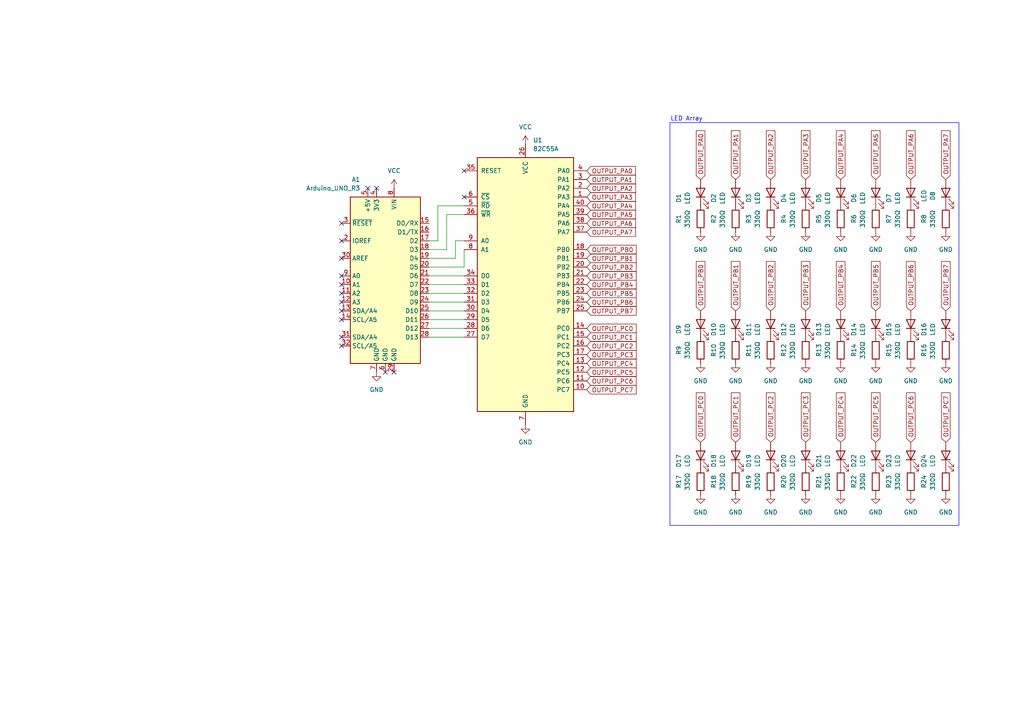
<source format=kicad_sch>
(kicad_sch (version 20231120) (generator "eeschema") (generator_version "8.0")
  (paper "A4")
  (lib_symbols
    (symbol "Device:LED" (pin_numbers hide) (pin_names (offset 1.016) hide)
      (property "Reference" "D" (at 0 2.54 0))
      (property "Value" "LED" (at 0 -2.54 0))
      (symbol "LED_0_1"
        (polyline (pts (xy -1.27 -1.27) (xy -1.27 1.27)) (stroke (width 0.254)))
        (polyline (pts (xy -1.27 0) (xy 1.27 0)))
        (polyline (pts (xy 1.27 -1.27) (xy 1.27 1.27) (xy -1.27 0) (xy 1.27 -1.27)) (stroke (width 0.254)))
        (polyline (pts (xy -3.048 -0.762) (xy -4.572 -2.286) (xy -3.81 -2.286) (xy -4.572 -2.286) (xy -4.572 -1.524)))
        (polyline (pts (xy -1.778 -0.762) (xy -3.302 -2.286) (xy -2.54 -2.286) (xy -3.302 -2.286) (xy -3.302 -1.524)))
      )
      (symbol "LED_1_1"
        (pin passive line (at -3.81 0 0) (length 2.54) (name "K") (number "1"))
        (pin passive line (at 3.81 0 180) (length 2.54) (name "A") (number "2"))
      )
    )
    (symbol "Device:R" (pin_numbers hide) (pin_names (offset 0))
      (property "Reference" "R" (at 2.032 0 90))
      (property "Value" "R" (at 0 0 90))
      (symbol "R_0_1"
        (rectangle (start -1.016 -2.54) (end 1.016 2.54) (stroke (width 0.254)))
      )
      (symbol "R_1_1"
        (pin passive line (at 0 3.81 270) (length 1.27) (name "~") (number "1"))
        (pin passive line (at 0 -3.81 90) (length 1.27) (name "~") (number "2"))
      )
    )
    (symbol "Interface:82C55A" (pin_names (offset 1.016))
      (property "Reference" "U" (at -13.97 38.1 0))
      (property "Value" "82C55A" (at 8.89 38.1 0))
      (symbol "82C55A_1_1"
        (rectangle (start -13.97 -36.83) (end 13.97 36.83) (stroke (width 0.254)) (fill (type background)))
        (pin bidirectional line (at 17.78 25.4 180) (length 3.81) (name "PA3") (number "1"))
        (pin bidirectional line (at 17.78 -30.48 180) (length 3.81) (name "PC7") (number "10"))
        (pin bidirectional line (at 17.78 -27.94 180) (length 3.81) (name "PC6") (number "11"))
        (pin bidirectional line (at 17.78 -25.4 180) (length 3.81) (name "PC5") (number "12"))
        (pin bidirectional line (at 17.78 -22.86 180) (length 3.81) (name "PC4") (number "13"))
        (pin bidirectional line (at 17.78 -12.7 180) (length 3.81) (name "PC0") (number "14"))
        (pin bidirectional line (at 17.78 -15.24 180) (length 3.81) (name "PC1") (number "15"))
        (pin bidirectional line (at 17.78 -17.78 180) (length 3.81) (name "PC2") (number "16"))
        (pin bidirectional line (at 17.78 -20.32 180) (length 3.81) (name "PC3") (number "17"))
        (pin bidirectional line (at 17.78 10.16 180) (length 3.81) (name "PB0") (number "18"))
        (pin bidirectional line (at 17.78 7.62 180) (length 3.81) (name "PB1") (number "19"))
        (pin bidirectional line (at 17.78 27.94 180) (length 3.81) (name "PA2") (number "2"))
        (pin bidirectional line (at 17.78 5.08 180) (length 3.81) (name "PB2") (number "20"))
        (pin bidirectional line (at 17.78 2.54 180) (length 3.81) (name "PB3") (number "21"))
        (pin bidirectional line (at 17.78 0 180) (length 3.81) (name "PB4") (number "22"))
        (pin bidirectional line (at 17.78 -2.54 180) (length 3.81) (name "PB5") (number "23"))
        (pin bidirectional line (at 17.78 -5.08 180) (length 3.81) (name "PB6") (number "24"))
        (pin bidirectional line (at 17.78 -7.62 180) (length 3.81) (name "PB7") (number "25"))
        (pin power_in line (at 0 40.64 270) (length 3.81) (name "VCC") (number "26"))
        (pin bidirectional line (at -17.78 -15.24 0) (length 3.81) (name "D7") (number "27"))
        (pin bidirectional line (at -17.78 -12.7 0) (length 3.81) (name "D6") (number "28"))
        (pin bidirectional line (at -17.78 -10.16 0) (length 3.81) (name "D5") (number "29"))
        (pin bidirectional line (at 17.78 30.48 180) (length 3.81) (name "PA1") (number "3"))
        (pin bidirectional line (at -17.78 -7.62 0) (length 3.81) (name "D4") (number "30"))
        (pin bidirectional line (at -17.78 -5.08 0) (length 3.81) (name "D3") (number "31"))
        (pin bidirectional line (at -17.78 -2.54 0) (length 3.81) (name "D2") (number "32"))
        (pin bidirectional line (at -17.78 0 0) (length 3.81) (name "D1") (number "33"))
        (pin bidirectional line (at -17.78 2.54 0) (length 3.81) (name "D0") (number "34"))
        (pin input line (at -17.78 33.02 0) (length 3.81) (name "RESET") (number "35"))
        (pin input line (at -17.78 20.32 0) (length 3.81) (name "~{WR}") (number "36"))
        (pin bidirectional line (at 17.78 15.24 180) (length 3.81) (name "PA7") (number "37"))
        (pin bidirectional line (at 17.78 17.78 180) (length 3.81) (name "PA6") (number "38"))
        (pin bidirectional line (at 17.78 20.32 180) (length 3.81) (name "PA5") (number "39"))
        (pin bidirectional line (at 17.78 33.02 180) (length 3.81) (name "PA0") (number "4"))
        (pin bidirectional line (at 17.78 22.86 180) (length 3.81) (name "PA4") (number "40"))
        (pin input line (at -17.78 22.86 0) (length 3.81) (name "~{RD}") (number "5"))
        (pin input line (at -17.78 25.4 0) (length 3.81) (name "~{CS}") (number "6"))
        (pin power_in line (at 0 -40.64 90) (length 3.81) (name "GND") (number "7"))
        (pin input line (at -17.78 10.16 0) (length 3.81) (name "A1") (number "8"))
        (pin input line (at -17.78 12.7 0) (length 3.81) (name "A0") (number "9"))
      )
    )
    (symbol "MCU_Module:Arduino_UNO_R3"
      (property "Reference" "A" (at -10.16 23.495 0))
      (property "Value" "Arduino_UNO_R3" (at 5.08 -26.67 0))
      (symbol "Arduino_UNO_R3_0_1"
        (rectangle (start -10.16 22.86) (end 10.16 -25.4) (stroke (width 0.254)) (fill (type background)))
      )
      (symbol "Arduino_UNO_R3_1_1"
        (pin no_connect line (at -10.16 -20.32 0) (length 2.54) hide (name "NC") (number "1"))
        (pin bidirectional line (at 12.7 -2.54 180) (length 2.54) (name "A1") (number "10"))
        (pin bidirectional line (at 12.7 -5.08 180) (length 2.54) (name "A2") (number "11"))
        (pin bidirectional line (at 12.7 -7.62 180) (length 2.54) (name "A3") (number "12"))
        (pin bidirectional line (at 12.7 -10.16 180) (length 2.54) (name "SDA/A4") (number "13"))
        (pin bidirectional line (at 12.7 -12.7 180) (length 2.54) (name "SCL/A5") (number "14"))
        (pin bidirectional line (at -12.7 15.24 0) (length 2.54) (name "D0/RX") (number "15"))
        (pin bidirectional line (at -12.7 12.7 0) (length 2.54) (name "D1/TX") (number "16"))
        (pin bidirectional line (at -12.7 10.16 0) (length 2.54) (name "D2") (number "17"))
        (pin bidirectional line (at -12.7 7.62 0) (length 2.54) (name "D3") (number "18"))
        (pin bidirectional line (at -12.7 5.08 0) (length 2.54) (name "D4") (number "19"))
        (pin output line (at 12.7 10.16 180) (length 2.54) (name "IOREF") (number "2"))
        (pin bidirectional line (at -12.7 2.54 0) (length 2.54) (name "D5") (number "20"))
        (pin bidirectional line (at -12.7 0 0) (length 2.54) (name "D6") (number "21"))
        (pin bidirectional line (at -12.7 -2.54 0) (length 2.54) (name "D7") (number "22"))
        (pin bidirectional line (at -12.7 -5.08 0) (length 2.54) (name "D8") (number "23"))
        (pin bidirectional line (at -12.7 -7.62 0) (length 2.54) (name "D9") (number "24"))
        (pin bidirectional line (at -12.7 -10.16 0) (length 2.54) (name "D10") (number "25"))
        (pin bidirectional line (at -12.7 -12.7 0) (length 2.54) (name "D11") (number "26"))
        (pin bidirectional line (at -12.7 -15.24 0) (length 2.54) (name "D12") (number "27"))
        (pin bidirectional line (at -12.7 -17.78 0) (length 2.54) (name "D13") (number "28"))
        (pin power_in line (at -2.54 -27.94 90) (length 2.54) (name "GND") (number "29"))
        (pin input line (at 12.7 15.24 180) (length 2.54) (name "~{RESET}") (number "3"))
        (pin input line (at 12.7 5.08 180) (length 2.54) (name "AREF") (number "30"))
        (pin bidirectional line (at 12.7 -17.78 180) (length 2.54) (name "SDA/A4") (number "31"))
        (pin bidirectional line (at 12.7 -20.32 180) (length 2.54) (name "SCL/A5") (number "32"))
        (pin power_out line (at 2.54 25.4 270) (length 2.54) (name "3V3") (number "4"))
        (pin power_out line (at 5.08 25.4 270) (length 2.54) (name "+5V") (number "5"))
        (pin power_in line (at 0 -27.94 90) (length 2.54) (name "GND") (number "6"))
        (pin power_in line (at 2.54 -27.94 90) (length 2.54) (name "GND") (number "7"))
        (pin power_in line (at -2.54 25.4 270) (length 2.54) (name "VIN") (number "8"))
        (pin bidirectional line (at 12.7 0 180) (length 2.54) (name "A0") (number "9"))
      )
    )
    (symbol "power:GND" (power) (pin_numbers hide) (pin_names (offset 0) hide)
      (property "Value" "GND" (at 0 -3.81 0))
      (symbol "GND_0_1"
        (polyline (pts (xy 0 0) (xy 0 -1.27) (xy 1.27 -1.27) (xy 0 -2.54) (xy -1.27 -1.27) (xy 0 -1.27)))
      )
      (symbol "GND_1_1"
        (pin power_in line (at 0 0 270) (length 0) (name "~") (number "1"))
      )
    )
    (symbol "power:VCC" (power) (pin_numbers hide) (pin_names (offset 0) hide)
      (property "Value" "VCC" (at 0 3.556 0))
      (symbol "VCC_0_1"
        (polyline (pts (xy -0.762 1.27) (xy 0 2.54)))
        (polyline (pts (xy 0 0) (xy 0 2.54)))
        (polyline (pts (xy 0 2.54) (xy 0.762 1.27)))
      )
      (symbol "VCC_1_1"
        (pin power_in line (at 0 0 90) (length 0) (name "~") (number "1"))
      )
    )
  )
  (no_connect (at 99.06 92.71))
  (no_connect (at 106.68 54.61))
  (no_connect (at 99.06 87.63))
  (no_connect (at 99.06 74.93))
  (no_connect (at 111.76 107.95))
  (no_connect (at 99.06 100.33))
  (no_connect (at 99.06 97.79))
  (no_connect (at 99.06 82.55))
  (no_connect (at 114.3 107.95))
  (no_connect (at 134.62 57.15))
  (no_connect (at 99.06 85.09))
  (no_connect (at 99.06 80.01))
  (no_connect (at 109.22 54.61))
  (no_connect (at 99.06 69.85))
  (no_connect (at 134.62 49.53))
  (no_connect (at 99.06 64.77))
  (no_connect (at 99.06 90.17))
  (wire (pts (xy 124.46 95.25) (xy 134.62 95.25)))
  (wire (pts (xy 124.46 97.79) (xy 134.62 97.79)))
  (wire (pts (xy 127 59.69) (xy 134.62 59.69)))
  (wire (pts (xy 124.46 90.17) (xy 134.62 90.17)))
  (wire (pts (xy 124.46 74.93) (xy 132.08 74.93)))
  (wire (pts (xy 124.46 69.85) (xy 127 69.85)))
  (wire (pts (xy 124.46 85.09) (xy 134.62 85.09)))
  (wire (pts (xy 132.08 69.85) (xy 134.62 69.85)))
  (wire (pts (xy 129.54 62.23) (xy 134.62 62.23)))
  (wire (pts (xy 129.54 72.39) (xy 129.54 62.23)))
  (wire (pts (xy 124.46 77.47) (xy 134.62 77.47)))
  (wire (pts (xy 124.46 87.63) (xy 134.62 87.63)))
  (wire (pts (xy 134.62 77.47) (xy 134.62 72.39)))
  (wire (pts (xy 127 69.85) (xy 127 59.69)))
  (wire (pts (xy 124.46 72.39) (xy 129.54 72.39)))
  (wire (pts (xy 124.46 80.01) (xy 134.62 80.01)))
  (wire (pts (xy 124.46 82.55) (xy 134.62 82.55)))
  (wire (pts (xy 132.08 74.93) (xy 132.08 69.85)))
  (wire (pts (xy 124.46 92.71) (xy 134.62 92.71)))
  (rectangle (start 194.31 35.56) (end 278.13 152.4))
  (text "LED Array" (at 199.136 34.544 0) (effects (font (size 1.27 1.27))))
  (global_label "OUTPUT_PB0" (shape input) (at 203.2 90.17 90) (property "Intersheetrefs" "${INTERSHEET_REFS}" (effects (hide yes))))
  (global_label "OUTPUT_PA3" (shape input) (at 170.18 57.15 0) (property "Intersheetrefs" "${INTERSHEET_REFS}" (effects (hide yes))))
  (global_label "OUTPUT_PB1" (shape input) (at 213.36 90.17 90) (property "Intersheetrefs" "${INTERSHEET_REFS}" (effects (hide yes))))
  (global_label "OUTPUT_PA7" (shape input) (at 274.32 52.07 90) (property "Intersheetrefs" "${INTERSHEET_REFS}" (effects (hide yes))))
  (global_label "OUTPUT_PB3" (shape input) (at 233.68 90.17 90) (property "Intersheetrefs" "${INTERSHEET_REFS}" (effects (hide yes))))
  (global_label "OUTPUT_PA5" (shape input) (at 170.18 62.23 0) (property "Intersheetrefs" "${INTERSHEET_REFS}" (effects (hide yes))))
  (global_label "OUTPUT_PA0" (shape input) (at 170.18 49.53 0) (property "Intersheetrefs" "${INTERSHEET_REFS}" (effects (hide yes))))
  (global_label "OUTPUT_PC3" (shape input) (at 170.18 102.87 0) (property "Intersheetrefs" "${INTERSHEET_REFS}" (effects (hide yes))))
  (global_label "OUTPUT_PA2" (shape input) (at 223.52 52.07 90) (property "Intersheetrefs" "${INTERSHEET_REFS}" (effects (hide yes))))
  (global_label "OUTPUT_PA5" (shape input) (at 254 52.07 90) (property "Intersheetrefs" "${INTERSHEET_REFS}" (effects (hide yes))))
  (global_label "OUTPUT_PB7" (shape input) (at 170.18 90.17 0) (property "Intersheetrefs" "${INTERSHEET_REFS}" (effects (hide yes))))
  (global_label "OUTPUT_PA1" (shape input) (at 213.36 52.07 90) (property "Intersheetrefs" "${INTERSHEET_REFS}" (effects (hide yes))))
  (global_label "OUTPUT_PC6" (shape input) (at 264.16 128.27 90) (property "Intersheetrefs" "${INTERSHEET_REFS}" (effects (hide yes))))
  (global_label "OUTPUT_PC5" (shape input) (at 170.18 107.95 0) (property "Intersheetrefs" "${INTERSHEET_REFS}" (effects (hide yes))))
  (global_label "OUTPUT_PC0" (shape input) (at 203.2 128.27 90) (property "Intersheetrefs" "${INTERSHEET_REFS}" (effects (hide yes))))
  (global_label "OUTPUT_PC2" (shape input) (at 223.52 128.27 90) (property "Intersheetrefs" "${INTERSHEET_REFS}" (effects (hide yes))))
  (global_label "OUTPUT_PC6" (shape input) (at 170.18 110.49 0) (property "Intersheetrefs" "${INTERSHEET_REFS}" (effects (hide yes))))
  (global_label "OUTPUT_PA0" (shape input) (at 203.2 52.07 90) (property "Intersheetrefs" "${INTERSHEET_REFS}" (effects (hide yes))))
  (global_label "OUTPUT_PA3" (shape input) (at 233.68 52.07 90) (property "Intersheetrefs" "${INTERSHEET_REFS}" (effects (hide yes))))
  (global_label "OUTPUT_PB7" (shape input) (at 274.32 90.17 90) (property "Intersheetrefs" "${INTERSHEET_REFS}" (effects (hide yes))))
  (global_label "OUTPUT_PB6" (shape input) (at 264.16 90.17 90) (property "Intersheetrefs" "${INTERSHEET_REFS}" (effects (hide yes))))
  (global_label "OUTPUT_PB0" (shape input) (at 170.18 72.39 0) (property "Intersheetrefs" "${INTERSHEET_REFS}" (effects (hide yes))))
  (global_label "OUTPUT_PA6" (shape input) (at 170.18 64.77 0) (property "Intersheetrefs" "${INTERSHEET_REFS}" (effects (hide yes))))
  (global_label "OUTPUT_PA4" (shape input) (at 170.18 59.69 0) (property "Intersheetrefs" "${INTERSHEET_REFS}" (effects (hide yes))))
  (global_label "OUTPUT_PC7" (shape input) (at 274.32 128.27 90) (property "Intersheetrefs" "${INTERSHEET_REFS}" (effects (hide yes))))
  (global_label "OUTPUT_PA4" (shape input) (at 243.84 52.07 90) (property "Intersheetrefs" "${INTERSHEET_REFS}" (effects (hide yes))))
  (global_label "OUTPUT_PC3" (shape input) (at 233.68 128.27 90) (property "Intersheetrefs" "${INTERSHEET_REFS}" (effects (hide yes))))
  (global_label "OUTPUT_PB4" (shape input) (at 243.84 90.17 90) (property "Intersheetrefs" "${INTERSHEET_REFS}" (effects (hide yes))))
  (global_label "OUTPUT_PB5" (shape input) (at 254 90.17 90) (property "Intersheetrefs" "${INTERSHEET_REFS}" (effects (hide yes))))
  (global_label "OUTPUT_PB2" (shape input) (at 223.52 90.17 90) (property "Intersheetrefs" "${INTERSHEET_REFS}" (effects (hide yes))))
  (global_label "OUTPUT_PB4" (shape input) (at 170.18 82.55 0) (property "Intersheetrefs" "${INTERSHEET_REFS}" (effects (hide yes))))
  (global_label "OUTPUT_PC4" (shape input) (at 243.84 128.27 90) (property "Intersheetrefs" "${INTERSHEET_REFS}" (effects (hide yes))))
  (global_label "OUTPUT_PC2" (shape input) (at 170.18 100.33 0) (property "Intersheetrefs" "${INTERSHEET_REFS}" (effects (hide yes))))
  (global_label "OUTPUT_PA1" (shape input) (at 170.18 52.07 0) (property "Intersheetrefs" "${INTERSHEET_REFS}" (effects (hide yes))))
  (global_label "OUTPUT_PA6" (shape input) (at 264.16 52.07 90) (property "Intersheetrefs" "${INTERSHEET_REFS}" (effects (hide yes))))
  (global_label "OUTPUT_PA2" (shape input) (at 170.18 54.61 0) (property "Intersheetrefs" "${INTERSHEET_REFS}" (effects (hide yes))))
  (global_label "OUTPUT_PB5" (shape input) (at 170.18 85.09 0) (property "Intersheetrefs" "${INTERSHEET_REFS}" (effects (hide yes))))
  (global_label "OUTPUT_PA7" (shape input) (at 170.18 67.31 0) (property "Intersheetrefs" "${INTERSHEET_REFS}" (effects (hide yes))))
  (global_label "OUTPUT_PB6" (shape input) (at 170.18 87.63 0) (property "Intersheetrefs" "${INTERSHEET_REFS}" (effects (hide yes))))
  (global_label "OUTPUT_PC5" (shape input) (at 254 128.27 90) (property "Intersheetrefs" "${INTERSHEET_REFS}" (effects (hide yes))))
  (global_label "OUTPUT_PC0" (shape input) (at 170.18 95.25 0) (property "Intersheetrefs" "${INTERSHEET_REFS}" (effects (hide yes))))
  (global_label "OUTPUT_PC7" (shape input) (at 170.18 113.03 0) (property "Intersheetrefs" "${INTERSHEET_REFS}" (effects (hide yes))))
  (global_label "OUTPUT_PC4" (shape input) (at 170.18 105.41 0) (property "Intersheetrefs" "${INTERSHEET_REFS}" (effects (hide yes))))
  (global_label "OUTPUT_PC1" (shape input) (at 213.36 128.27 90) (property "Intersheetrefs" "${INTERSHEET_REFS}" (effects (hide yes))))
  (global_label "OUTPUT_PB3" (shape input) (at 170.18 80.01 0) (property "Intersheetrefs" "${INTERSHEET_REFS}" (effects (hide yes))))
  (global_label "OUTPUT_PC1" (shape input) (at 170.18 97.79 0) (property "Intersheetrefs" "${INTERSHEET_REFS}" (effects (hide yes))))
  (global_label "OUTPUT_PB1" (shape input) (at 170.18 74.93 0) (property "Intersheetrefs" "${INTERSHEET_REFS}" (effects (hide yes))))
  (global_label "OUTPUT_PB2" (shape input) (at 170.18 77.47 0) (property "Intersheetrefs" "${INTERSHEET_REFS}" (effects (hide yes))))
  (symbol (lib_id "power:GND") (at 203.2 67.31 0) (unit 1)
    (property "Reference" "#PWR01" (effects (hide yes)))
    (property "Value" "GND" (at 203.2 72.39 0))
    (property "Description" "Power symbol creates a global label with name \"GND\" , ground" (effects (hide yes)))
  )
  (symbol (lib_id "Device:R") (at 264.16 63.5 0) (mirror y) (unit 1)
    (property "Reference" "R7" (at 257.81 63.5 90))
    (property "Value" "330Ω" (at 260.35 63.5 90))
    (property "Description" "Resistor" (effects (hide yes)))
  )
  (symbol (lib_id "Device:R") (at 233.68 63.5 0) (mirror y) (unit 1)
    (property "Reference" "R4" (at 227.33 63.5 90))
    (property "Value" "330Ω" (at 229.87 63.5 90))
    (property "Description" "Resistor" (effects (hide yes)))
  )
  (symbol (lib_id "power:GND") (at 203.2 105.41 0) (mirror y) (unit 1)
    (property "Reference" "#PWR016" (effects (hide yes)))
    (property "Value" "GND" (at 203.2 110.49 0))
    (property "Description" "Power symbol creates a global label with name \"GND\" , ground" (effects (hide yes)))
  )
  (symbol (lib_id "Device:R") (at 274.32 63.5 0) (mirror y) (unit 1)
    (property "Reference" "R8" (at 267.97 63.5 90))
    (property "Value" "330Ω" (at 270.51 63.5 90))
    (property "Description" "Resistor" (effects (hide yes)))
  )
  (symbol (lib_id "power:GND") (at 254 105.41 0) (mirror y) (unit 1)
    (property "Reference" "#PWR011" (effects (hide yes)))
    (property "Value" "GND" (at 254 110.49 0))
    (property "Description" "Power symbol creates a global label with name \"GND\" , ground" (effects (hide yes)))
  )
  (symbol (lib_id "Device:R") (at 264.16 101.6 0) (mirror y) (unit 1)
    (property "Reference" "R15" (at 257.81 101.6 90))
    (property "Value" "330Ω" (at 260.35 101.6 90))
    (property "Description" "Resistor" (effects (hide yes)))
  )
  (symbol (lib_id "Device:R") (at 223.52 139.7 0) (mirror y) (unit 1)
    (property "Reference" "R19" (at 217.17 139.7 90))
    (property "Value" "330Ω" (at 219.71 139.7 90))
    (property "Description" "Resistor" (effects (hide yes)))
  )
  (symbol (lib_id "Device:R") (at 203.2 139.7 0) (mirror y) (unit 1)
    (property "Reference" "R17" (at 196.85 139.7 90))
    (property "Value" "330Ω" (at 199.39 139.7 90))
    (property "Description" "Resistor" (effects (hide yes)))
  )
  (symbol (lib_id "power:GND") (at 213.36 105.41 0) (mirror y) (unit 1)
    (property "Reference" "#PWR015" (effects (hide yes)))
    (property "Value" "GND" (at 213.36 110.49 0))
    (property "Description" "Power symbol creates a global label with name \"GND\" , ground" (effects (hide yes)))
  )
  (symbol (lib_id "power:GND") (at 243.84 105.41 0) (mirror y) (unit 1)
    (property "Reference" "#PWR012" (effects (hide yes)))
    (property "Value" "GND" (at 243.84 110.49 0))
    (property "Description" "Power symbol creates a global label with name \"GND\" , ground" (effects (hide yes)))
  )
  (symbol (lib_id "Device:LED") (at 274.32 55.88 90) (unit 1)
    (property "Reference" "D8" (at 270.51 56.8325 0))
    (property "Value" "LED" (at 267.97 56.8325 0))
    (property "Description" "Light emitting diode" (effects (hide yes)))
  )
  (symbol (lib_id "power:GND") (at 233.68 105.41 0) (mirror y) (unit 1)
    (property "Reference" "#PWR013" (effects (hide yes)))
    (property "Value" "GND" (at 233.68 110.49 0))
    (property "Description" "Power symbol creates a global label with name \"GND\" , ground" (effects (hide yes)))
  )
  (symbol (lib_id "Device:R") (at 243.84 139.7 0) (mirror y) (unit 1)
    (property "Reference" "R21" (at 237.49 139.7 90))
    (property "Value" "330Ω" (at 240.03 139.7 90))
    (property "Description" "Resistor" (effects (hide yes)))
  )
  (symbol (lib_id "power:VCC") (at 152.4 41.91 0) (unit 1)
    (property "Reference" "#PWR026" (effects (hide yes)))
    (property "Value" "VCC" (at 152.4 36.83 0))
    (property "Description" "Power symbol creates a global label with name \"VCC\"" (effects (hide yes)))
  )
  (symbol (lib_id "power:GND") (at 223.52 143.51 0) (mirror y) (unit 1)
    (property "Reference" "#PWR019" (effects (hide yes)))
    (property "Value" "GND" (at 223.52 148.59 0))
    (property "Description" "Power symbol creates a global label with name \"GND\" , ground" (effects (hide yes)))
  )
  (symbol (lib_id "Device:R") (at 274.32 101.6 0) (mirror y) (unit 1)
    (property "Reference" "R16" (at 267.97 101.6 90))
    (property "Value" "330Ω" (at 270.51 101.6 90))
    (property "Description" "Resistor" (effects (hide yes)))
  )
  (symbol (lib_id "power:GND") (at 213.36 143.51 0) (mirror y) (unit 1)
    (property "Reference" "#PWR018" (effects (hide yes)))
    (property "Value" "GND" (at 213.36 148.59 0))
    (property "Description" "Power symbol creates a global label with name \"GND\" , ground" (effects (hide yes)))
  )
  (symbol (lib_id "Device:LED") (at 254 55.88 90) (unit 1)
    (property "Reference" "D6" (at 247.65 57.4675 0))
    (property "Value" "LED" (at 250.19 57.4675 0))
    (property "Description" "Light emitting diode" (effects (hide yes)))
  )
  (symbol (lib_id "power:GND") (at 203.2 143.51 0) (mirror y) (unit 1)
    (property "Reference" "#PWR017" (effects (hide yes)))
    (property "Value" "GND" (at 203.2 148.59 0))
    (property "Description" "Power symbol creates a global label with name \"GND\" , ground" (effects (hide yes)))
  )
  (symbol (lib_id "Device:LED") (at 213.36 93.98 90) (unit 1)
    (property "Reference" "D10" (at 207.01 95.5675 0))
    (property "Value" "LED" (at 209.55 95.5675 0))
    (property "Description" "Light emitting diode" (effects (hide yes)))
  )
  (symbol (lib_id "Device:R") (at 223.52 63.5 0) (mirror y) (unit 1)
    (property "Reference" "R3" (at 217.17 63.5 90))
    (property "Value" "330Ω" (at 219.71 63.5 90))
    (property "Description" "Resistor" (effects (hide yes)))
  )
  (symbol (lib_id "power:GND") (at 274.32 143.51 0) (mirror y) (unit 1)
    (property "Reference" "#PWR024" (effects (hide yes)))
    (property "Value" "GND" (at 274.32 148.59 0))
    (property "Description" "Power symbol creates a global label with name \"GND\" , ground" (effects (hide yes)))
  )
  (symbol (lib_id "Device:LED") (at 213.36 55.88 90) (unit 1)
    (property "Reference" "D2" (at 207.01 57.4675 0))
    (property "Value" "LED" (at 209.55 57.4675 0))
    (property "Description" "Light emitting diode" (effects (hide yes)))
  )
  (symbol (lib_id "Interface:82C55A") (at 152.4 82.55 0) (unit 1)
    (property "Reference" "U1" (at 154.5941 40.64 0) (effects (justify left)))
    (property "Value" "82C55A" (at 154.5941 43.18 0) (effects (justify left)))
    (property "Footprint" "Package_DIP:DIP-40_W15.24mm" (effects (hide yes)))
    (property "Datasheet" "http://jap.hu/electronic/8255.pdf" (effects (hide yes)))
    (property "Description" "CHMOS Programmable Peripheral Interface, PDIP-40" (effects (hide yes)))
  )
  (symbol (lib_id "Device:LED") (at 223.52 93.98 90) (unit 1)
    (property "Reference" "D11" (at 217.17 95.5675 0))
    (property "Value" "LED" (at 219.71 95.5675 0))
    (property "Description" "Light emitting diode" (effects (hide yes)))
  )
  (symbol (lib_id "Device:LED") (at 254 132.08 90) (unit 1)
    (property "Reference" "D22" (at 247.65 133.6675 0))
    (property "Value" "LED" (at 250.19 133.6675 0))
    (property "Description" "Light emitting diode" (effects (hide yes)))
  )
  (symbol (lib_id "Device:LED") (at 274.32 93.98 90) (unit 1)
    (property "Reference" "D16" (at 267.97 95.5675 0))
    (property "Value" "LED" (at 270.51 95.5675 0))
    (property "Description" "Light emitting diode" (effects (hide yes)))
  )
  (symbol (lib_id "Device:R") (at 243.84 101.6 0) (mirror y) (unit 1)
    (property "Reference" "R13" (at 237.49 101.6 90))
    (property "Value" "330Ω" (at 240.03 101.6 90))
    (property "Description" "Resistor" (effects (hide yes)))
  )
  (symbol (lib_id "Device:LED") (at 264.16 55.88 90) (unit 1)
    (property "Reference" "D7" (at 257.81 57.4675 0))
    (property "Value" "LED" (at 260.35 57.4675 0))
    (property "Description" "Light emitting diode" (effects (hide yes)))
  )
  (symbol (lib_id "Device:LED") (at 203.2 55.88 90) (unit 1)
    (property "Reference" "D1" (at 196.85 57.4675 0))
    (property "Value" "LED" (at 199.39 57.4675 0))
    (property "Description" "Light emitting diode" (effects (hide yes)))
  )
  (symbol (lib_id "Device:R") (at 203.2 63.5 0) (mirror y) (unit 1)
    (property "Reference" "R1" (at 196.85 63.5 90))
    (property "Value" "330Ω" (at 199.39 63.5 90))
    (property "Description" "Resistor" (effects (hide yes)))
  )
  (symbol (lib_id "power:GND") (at 243.84 67.31 0) (unit 1)
    (property "Reference" "#PWR05" (effects (hide yes)))
    (property "Value" "GND" (at 243.84 72.39 0))
    (property "Description" "Power symbol creates a global label with name \"GND\" , ground" (effects (hide yes)))
  )
  (symbol (lib_id "Device:R") (at 274.32 139.7 0) (mirror y) (unit 1)
    (property "Reference" "R24" (at 267.97 139.7 90))
    (property "Value" "330Ω" (at 270.51 139.7 90))
    (property "Description" "Resistor" (effects (hide yes)))
  )
  (symbol (lib_id "power:GND") (at 213.36 67.31 0) (unit 1)
    (property "Reference" "#PWR02" (effects (hide yes)))
    (property "Value" "GND" (at 213.36 72.39 0))
    (property "Description" "Power symbol creates a global label with name \"GND\" , ground" (effects (hide yes)))
  )
  (symbol (lib_id "power:GND") (at 274.32 67.31 0) (unit 1)
    (property "Reference" "#PWR08" (effects (hide yes)))
    (property "Value" "GND" (at 274.32 72.39 0))
    (property "Description" "Power symbol creates a global label with name \"GND\" , ground" (effects (hide yes)))
  )
  (symbol (lib_id "power:GND") (at 254 143.51 0) (mirror y) (unit 1)
    (property "Reference" "#PWR022" (effects (hide yes)))
    (property "Value" "GND" (at 254 148.59 0))
    (property "Description" "Power symbol creates a global label with name \"GND\" , ground" (effects (hide yes)))
  )
  (symbol (lib_id "Device:R") (at 264.16 139.7 0) (mirror y) (unit 1)
    (property "Reference" "R23" (at 257.81 139.7 90))
    (property "Value" "330Ω" (at 260.35 139.7 90))
    (property "Description" "Resistor" (effects (hide yes)))
  )
  (symbol (lib_id "Device:LED") (at 233.68 55.88 90) (unit 1)
    (property "Reference" "D4" (at 227.33 57.4675 0))
    (property "Value" "LED" (at 229.87 57.4675 0))
    (property "Description" "Light emitting diode" (effects (hide yes)))
  )
  (symbol (lib_id "Device:R") (at 203.2 101.6 0) (mirror y) (unit 1)
    (property "Reference" "R9" (at 196.85 101.6 90))
    (property "Value" "330Ω" (at 199.39 101.6 90))
    (property "Description" "Resistor" (effects (hide yes)))
  )
  (symbol (lib_id "power:GND") (at 243.84 143.51 0) (mirror y) (unit 1)
    (property "Reference" "#PWR021" (effects (hide yes)))
    (property "Value" "GND" (at 243.84 148.59 0))
    (property "Description" "Power symbol creates a global label with name \"GND\" , ground" (effects (hide yes)))
  )
  (symbol (lib_id "Device:LED") (at 203.2 132.08 90) (unit 1)
    (property "Reference" "D17" (at 196.85 133.6675 0))
    (property "Value" "LED" (at 199.39 133.6675 0))
    (property "Description" "Light emitting diode" (effects (hide yes)))
  )
  (symbol (lib_id "Device:R") (at 254 101.6 0) (mirror y) (unit 1)
    (property "Reference" "R14" (at 247.65 101.6 90))
    (property "Value" "330Ω" (at 250.19 101.6 90))
    (property "Description" "Resistor" (effects (hide yes)))
  )
  (symbol (lib_id "power:GND") (at 223.52 67.31 0) (unit 1)
    (property "Reference" "#PWR03" (effects (hide yes)))
    (property "Value" "GND" (at 223.52 72.39 0))
    (property "Description" "Power symbol creates a global label with name \"GND\" , ground" (effects (hide yes)))
  )
  (symbol (lib_id "Device:R") (at 233.68 139.7 0) (mirror y) (unit 1)
    (property "Reference" "R20" (at 227.33 139.7 90))
    (property "Value" "330Ω" (at 229.87 139.7 90))
    (property "Description" "Resistor" (effects (hide yes)))
  )
  (symbol (lib_id "power:GND") (at 254 67.31 0) (unit 1)
    (property "Reference" "#PWR06" (effects (hide yes)))
    (property "Value" "GND" (at 254 72.39 0))
    (property "Description" "Power symbol creates a global label with name \"GND\" , ground" (effects (hide yes)))
  )
  (symbol (lib_id "power:GND") (at 109.22 107.95 0) (unit 1)
    (property "Reference" "#PWR028" (effects (hide yes)))
    (property "Value" "GND" (at 109.22 113.03 0))
    (property "Description" "Power symbol creates a global label with name \"GND\" , ground" (effects (hide yes)))
  )
  (symbol (lib_id "Device:LED") (at 203.2 93.98 90) (unit 1)
    (property "Reference" "D9" (at 196.85 95.5675 0))
    (property "Value" "LED" (at 199.39 95.5675 0))
    (property "Description" "Light emitting diode" (effects (hide yes)))
  )
  (symbol (lib_id "power:GND") (at 264.16 67.31 0) (unit 1)
    (property "Reference" "#PWR07" (effects (hide yes)))
    (property "Value" "GND" (at 264.16 72.39 0))
    (property "Description" "Power symbol creates a global label with name \"GND\" , ground" (effects (hide yes)))
  )
  (symbol (lib_id "Device:LED") (at 223.52 55.88 90) (unit 1)
    (property "Reference" "D3" (at 217.17 57.4675 0))
    (property "Value" "LED" (at 219.71 57.4675 0))
    (property "Description" "Light emitting diode" (effects (hide yes)))
  )
  (symbol (lib_id "power:GND") (at 233.68 143.51 0) (mirror y) (unit 1)
    (property "Reference" "#PWR020" (effects (hide yes)))
    (property "Value" "GND" (at 233.68 148.59 0))
    (property "Description" "Power symbol creates a global label with name \"GND\" , ground" (effects (hide yes)))
  )
  (symbol (lib_id "power:GND") (at 264.16 105.41 0) (mirror y) (unit 1)
    (property "Reference" "#PWR010" (effects (hide yes)))
    (property "Value" "GND" (at 264.16 110.49 0))
    (property "Description" "Power symbol creates a global label with name \"GND\" , ground" (effects (hide yes)))
  )
  (symbol (lib_id "power:VCC") (at 114.3 54.61 0) (mirror y) (unit 1)
    (property "Reference" "#PWR027" (effects (hide yes)))
    (property "Value" "VCC" (at 114.3 49.53 0))
    (property "Description" "Power symbol creates a global label with name \"VCC\"" (effects (hide yes)))
  )
  (symbol (lib_id "Device:LED") (at 243.84 93.98 90) (unit 1)
    (property "Reference" "D13" (at 237.49 95.5675 0))
    (property "Value" "LED" (at 240.03 95.5675 0))
    (property "Description" "Light emitting diode" (effects (hide yes)))
  )
  (symbol (lib_id "Device:LED") (at 213.36 132.08 90) (unit 1)
    (property "Reference" "D18" (at 207.01 133.6675 0))
    (property "Value" "LED" (at 209.55 133.6675 0))
    (property "Description" "Light emitting diode" (effects (hide yes)))
  )
  (symbol (lib_id "Device:LED") (at 233.68 132.08 90) (unit 1)
    (property "Reference" "D20" (at 227.33 133.6675 0))
    (property "Value" "LED" (at 229.87 133.6675 0))
    (property "Description" "Light emitting diode" (effects (hide yes)))
  )
  (symbol (lib_id "Device:R") (at 254 63.5 0) (mirror y) (unit 1)
    (property "Reference" "R6" (at 247.65 63.5 90))
    (property "Value" "330Ω" (at 250.19 63.5 90))
    (property "Description" "Resistor" (effects (hide yes)))
  )
  (symbol (lib_id "Device:LED") (at 233.68 93.98 90) (unit 1)
    (property "Reference" "D12" (at 227.33 95.5675 0))
    (property "Value" "LED" (at 229.87 95.5675 0))
    (property "Description" "Light emitting diode" (effects (hide yes)))
  )
  (symbol (lib_id "Device:LED") (at 264.16 132.08 90) (unit 1)
    (property "Reference" "D23" (at 257.81 133.6675 0))
    (property "Value" "LED" (at 260.35 133.6675 0))
    (property "Description" "Light emitting diode" (effects (hide yes)))
  )
  (symbol (lib_id "power:GND") (at 152.4 123.19 0) (mirror y) (unit 1)
    (property "Reference" "#PWR025" (effects (hide yes)))
    (property "Value" "GND" (at 152.4 128.27 0))
    (property "Description" "Power symbol creates a global label with name \"GND\" , ground" (effects (hide yes)))
  )
  (symbol (lib_id "Device:LED") (at 274.32 132.08 90) (unit 1)
    (property "Reference" "D24" (at 267.97 133.6675 0))
    (property "Value" "LED" (at 270.51 133.6675 0))
    (property "Description" "Light emitting diode" (effects (hide yes)))
  )
  (symbol (lib_id "MCU_Module:Arduino_UNO_R3") (at 111.76 80.01 0) (mirror y) (unit 1)
    (property "Reference" "A1" (at 104.4859 52.07 0) (effects (justify left)))
    (property "Value" "Arduino_UNO_R3" (at 104.4859 54.61 0) (effects (justify left)))
    (property "Footprint" "Module:Arduino_UNO_R3" (effects (hide yes)))
    (property "Datasheet" "https://www.arduino.cc/en/Main/arduinoBoardUno" (effects (hide yes)))
    (property "Description" "Arduino UNO Microcontroller Module, release 3" (effects (hide yes)))
  )
  (symbol (lib_id "Device:R") (at 254 139.7 0) (mirror y) (unit 1)
    (property "Reference" "R22" (at 247.65 139.7 90))
    (property "Value" "330Ω" (at 250.19 139.7 90))
    (property "Description" "Resistor" (effects (hide yes)))
  )
  (symbol (lib_id "Device:LED") (at 264.16 93.98 90) (unit 1)
    (property "Reference" "D15" (at 257.81 95.5675 0))
    (property "Value" "LED" (at 260.35 95.5675 0))
    (property "Description" "Light emitting diode" (effects (hide yes)))
  )
  (symbol (lib_id "Device:R") (at 213.36 101.6 0) (mirror y) (unit 1)
    (property "Reference" "R10" (at 207.01 101.6 90))
    (property "Value" "330Ω" (at 209.55 101.6 90))
    (property "Description" "Resistor" (effects (hide yes)))
  )
  (symbol (lib_id "Device:R") (at 233.68 101.6 0) (mirror y) (unit 1)
    (property "Reference" "R12" (at 227.33 101.6 90))
    (property "Value" "330Ω" (at 229.87 101.6 90))
    (property "Description" "Resistor" (effects (hide yes)))
  )
  (symbol (lib_id "power:GND") (at 264.16 143.51 0) (mirror y) (unit 1)
    (property "Reference" "#PWR023" (effects (hide yes)))
    (property "Value" "GND" (at 264.16 148.59 0))
    (property "Description" "Power symbol creates a global label with name \"GND\" , ground" (effects (hide yes)))
  )
  (symbol (lib_id "Device:LED") (at 223.52 132.08 90) (unit 1)
    (property "Reference" "D19" (at 217.17 133.6675 0))
    (property "Value" "LED" (at 219.71 133.6675 0))
    (property "Description" "Light emitting diode" (effects (hide yes)))
  )
  (symbol (lib_id "Device:LED") (at 243.84 132.08 90) (unit 1)
    (property "Reference" "D21" (at 237.49 133.6675 0))
    (property "Value" "LED" (at 240.03 133.6675 0))
    (property "Description" "Light emitting diode" (effects (hide yes)))
  )
  (symbol (lib_id "Device:R") (at 243.84 63.5 0) (mirror y) (unit 1)
    (property "Reference" "R5" (at 237.49 63.5 90))
    (property "Value" "330Ω" (at 240.03 63.5 90))
    (property "Description" "Resistor" (effects (hide yes)))
  )
  (symbol (lib_id "Device:R") (at 223.52 101.6 0) (mirror y) (unit 1)
    (property "Reference" "R11" (at 217.17 101.6 90))
    (property "Value" "330Ω" (at 219.71 101.6 90))
    (property "Description" "Resistor" (effects (hide yes)))
  )
  (symbol (lib_id "power:GND") (at 274.32 105.41 0) (mirror y) (unit 1)
    (property "Reference" "#PWR09" (effects (hide yes)))
    (property "Value" "GND" (at 274.32 110.49 0))
    (property "Description" "Power symbol creates a global label with name \"GND\" , ground" (effects (hide yes)))
  )
  (symbol (lib_id "Device:R") (at 213.36 139.7 0) (mirror y) (unit 1)
    (property "Reference" "R18" (at 207.01 139.7 90))
    (property "Value" "330Ω" (at 209.55 139.7 90))
    (property "Description" "Resistor" (effects (hide yes)))
  )
  (symbol (lib_id "Device:R") (at 213.36 63.5 0) (mirror y) (unit 1)
    (property "Reference" "R2" (at 207.01 63.5 90))
    (property "Value" "330Ω" (at 209.55 63.5 90))
    (property "Description" "Resistor" (effects (hide yes)))
  )
  (symbol (lib_id "Device:LED") (at 243.84 55.88 90) (unit 1)
    (property "Reference" "D5" (at 237.49 57.4675 0))
    (property "Value" "LED" (at 240.03 57.4675 0))
    (property "Description" "Light emitting diode" (effects (hide yes)))
  )
  (symbol (lib_id "Device:LED") (at 254 93.98 90) (unit 1)
    (property "Reference" "D14" (at 247.65 95.5675 0))
    (property "Value" "LED" (at 250.19 95.5675 0))
    (property "Description" "Light emitting diode" (effects (hide yes)))
  )
  (symbol (lib_id "power:GND") (at 233.68 67.31 0) (unit 1)
    (property "Reference" "#PWR04" (effects (hide yes)))
    (property "Value" "GND" (at 233.68 72.39 0))
    (property "Description" "Power symbol creates a global label with name \"GND\" , ground" (effects (hide yes)))
  )
  (symbol (lib_id "power:GND") (at 223.52 105.41 0) (mirror y) (unit 1)
    (property "Reference" "#PWR014" (effects (hide yes)))
    (property "Value" "GND" (at 223.52 110.49 0))
    (property "Description" "Power symbol creates a global label with name \"GND\" , ground" (effects (hide yes)))
  )
)
</source>
